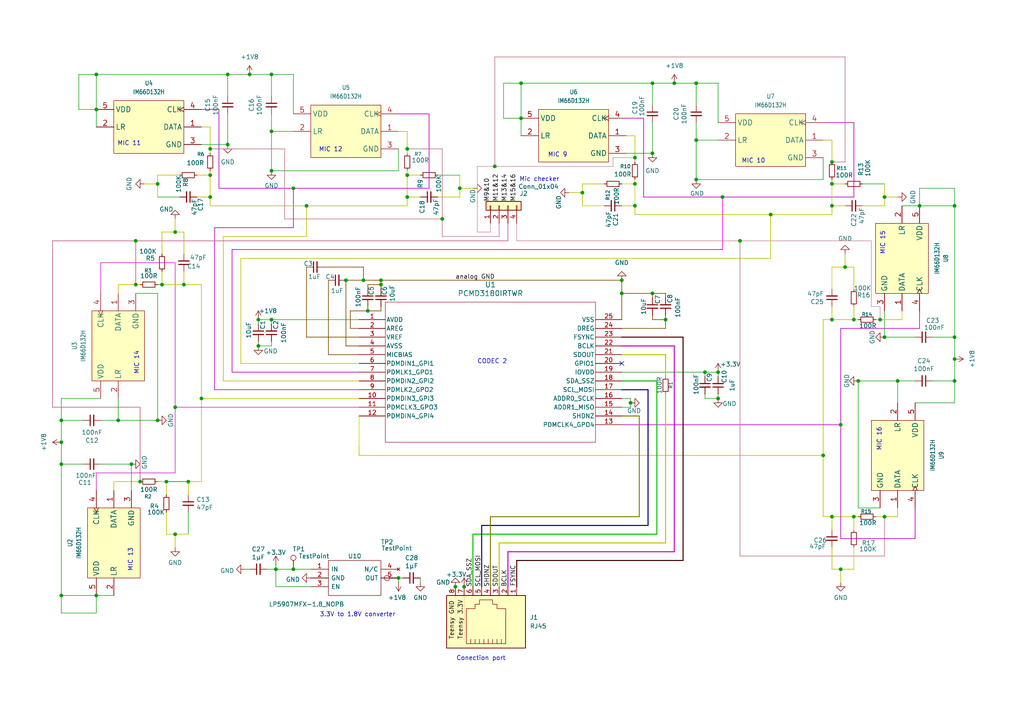
<source format=kicad_sch>
(kicad_sch (version 20250114) (generator "eeschema") (generator_version "9.0")
  (paper "A4")
  (title_block (title "ExtBrd_A") (date "2026-01-09") (rev "1.0") (company "Royal Holloway") (comment 1 "Creative Commons Attribution 4.0 International License") (comment 2 "Sohil, Saaria., Lachlan, Robert.") (comment 3 "Q. Oliva, Marcos., Lies, Zandberg.,"))
  (text "Mic checker" (at 150.622 52.832 0) (effects (font (size 1.27 1.27)) (justify left bottom)))
  (text "Conection port" (at 132.334 191.77 0) (effects (font (size 1.27 1.27)) (justify left bottom)))
  (text "MIC 10" (at 221.996 47.498 0) (effects (font (size 1.27 1.27)) (justify right bottom)))
  (text "MIC 14" (at 40.386 108.712 90) (effects (font (size 1.27 1.27)) (justify left bottom)))
  (text "MIC 12" (at 92.456 44.196 0) (effects (font (size 1.27 1.27)) (justify left bottom)))
  (text "MIC 9" (at 164.592 45.72 0) (effects (font (size 1.27 1.27)) (justify right bottom)))
  (text "MIC 16" (at 255.778 123.952 90) (effects (font (size 1.27 1.27)) (justify right bottom)))
  (text "CODEC 2" (at 138.43 105.664 0) (effects (font (size 1.27 1.27)) (justify left bottom)))
  (text "3.3V to 1.8V converter" (at 92.71 179.07 0) (effects (font (size 1.27 1.27)) (justify left bottom)))
  (text "MIC 13" (at 38.608 165.862 90) (effects (font (size 1.27 1.27)) (justify left bottom)))
  (text "MIC 15" (at 256.794 67.056 90) (effects (font (size 1.27 1.27)) (justify right bottom)))
  (text "MIC 11" (at 34.036 42.418 0) (effects (font (size 1.27 1.27)) (justify left bottom)))
  (junction (at 201.93 24.13))
  (junction (at 78.74 38.1))
  (junction (at 78.74 49.53))
  (junction (at 78.74 21.59))
  (junction (at 60.96 50.8))
  (junction (at 189.23 85.09))
  (junction (at 243.84 165.1))
  (junction (at 118.11 43.18))
  (junction (at 208.28 115.57))
  (junction (at 214.63 69.85))
  (junction (at 184.15 53.34))
  (junction (at 54.61 139.7))
  (junction (at 78.74 92.71))
  (junction (at 133.35 54.61))
  (junction (at 168.91 55.88))
  (junction (at 118.11 50.8))
  (junction (at 106.68 90.17))
  (junction (at 17.78 134.62))
  (junction (at 50.8 67.31))
  (junction (at 189.23 24.13))
  (junction (at 53.34 82.55))
  (junction (at 74.93 92.71))
  (junction (at 72.39 21.59))
  (junction (at 66.04 41.91))
  (junction (at 201.93 52.07))
  (junction (at 27.94 31.75))
  (junction (at 245.11 77.47))
  (junction (at 208.28 107.95))
  (junction (at 39.37 69.85))
  (junction (at 45.72 53.34))
  (junction (at 256.54 149.86))
  (junction (at 58.42 115.57))
  (junction (at 60.96 57.15))
  (junction (at 134.62 170.18))
  (junction (at 241.3 92.71))
  (junction (at 182.88 116.84))
  (junction (at 256.54 97.79))
  (junction (at 46.99 82.55))
  (junction (at 189.23 44.45))
  (junction (at 276.86 110.49))
  (junction (at 223.52 62.23))
  (junction (at 241.3 59.69))
  (junction (at 180.34 81.28))
  (junction (at 110.49 82.55))
  (junction (at 276.86 97.79))
  (junction (at 38.1 134.62))
  (junction (at 209.55 57.15))
  (junction (at 241.3 46.99))
  (junction (at 110.49 81.28))
  (junction (at 39.37 82.55))
  (junction (at 80.01 165.1))
  (junction (at 151.13 34.29))
  (junction (at 74.93 100.33))
  (junction (at 100.33 81.28))
  (junction (at 132.08 170.18))
  (junction (at 143.51 48.26))
  (junction (at 184.15 45.72))
  (junction (at 276.86 104.14))
  (junction (at 184.15 59.69))
  (junction (at 256.54 57.15))
  (junction (at 115.57 167.64))
  (junction (at 204.47 107.95))
  (junction (at 193.04 92.71))
  (junction (at 260.35 110.49))
  (junction (at 27.94 172.72))
  (junction (at 48.26 139.7))
  (junction (at 238.76 132.08))
  (junction (at 27.94 21.59))
  (junction (at 34.29 121.92))
  (junction (at 50.8 154.94))
  (junction (at 276.86 59.69))
  (junction (at 255.27 92.71))
  (junction (at 85.09 165.1))
  (junction (at 180.34 85.09))
  (junction (at 248.92 110.49))
  (junction (at 85.09 54.61))
  (junction (at 247.65 149.86))
  (junction (at 241.3 53.34))
  (junction (at 66.04 21.59))
  (junction (at 195.58 24.13))
  (junction (at 40.64 139.7))
  (junction (at 17.78 128.27))
  (junction (at 50.8 118.11))
  (junction (at 241.3 149.86))
  (junction (at 266.7 59.69))
  (junction (at 105.41 81.28))
  (junction (at 88.9 59.69))
  (junction (at 128.27 63.5))
  (junction (at 201.93 40.64))
  (junction (at 247.65 92.71))
  (junction (at 17.78 121.92))
  (junction (at 17.78 172.72))
  (junction (at 118.11 57.15))
  (junction (at 243.84 123.19))
  (junction (at 151.13 24.13))
  (junction (at 60.96 43.18))
  (junction (at 45.72 121.92))
  (no_connect (at 180.34 105.41))
  (wire (pts (xy 187.96 152.4) (xy 187.96 113.03)) (stroke (width 0.3) (color 0 0 132 1)))
  (wire (pts (xy 50.8 67.31) (xy 53.34 67.31)) (stroke (width 0.2) (color 194 194 0 1)))
  (wire (pts (xy 45.72 57.15) (xy 45.72 53.34)) (stroke (width 0.2) (color 194 194 0 1)))
  (wire (pts (xy 142.24 67.31) (xy 138.43 67.31)) (stroke (width 0) (color 194 127 134 1)))
  (wire (pts (xy 58.42 41.91) (xy 66.04 41.91)))
  (wire (pts (xy 247.65 149.86) (xy 247.65 153.67)) (stroke (width 0.2) (color 194 194 0 1)))
  (wire (pts (xy 115.57 38.1) (xy 118.11 38.1)) (stroke (width 0.2) (color 194 194 0 1)))
  (wire (pts (xy 276.86 104.14) (xy 276.86 110.49)))
  (wire (pts (xy 106.68 82.55) (xy 110.49 82.55)) (stroke (width 0.2) (color 128 77 0 1)))
  (wire (pts (xy 58.42 139.7) (xy 54.61 139.7)) (stroke (width 0.2) (color 194 194 0 1)))
  (wire (pts (xy 182.88 115.57) (xy 180.34 115.57)))
  (wire (pts (xy 180.34 53.34) (xy 184.15 53.34)) (stroke (width 0) (color 194 194 0 1)))
  (wire (pts (xy 85.09 54.61) (xy 124.46 54.61)) (stroke (width 0.2) (color 194 0 194 1)))
  (wire (pts (xy 57.15 50.8) (xy 60.96 50.8)) (stroke (width 0.2) (color 194 194 0 1)))
  (wire (pts (xy 147.32 160.02) (xy 147.32 170.18)) (stroke (width 0.3) (color 194 0 194 1)))
  (wire (pts (xy 45.72 82.55) (xy 46.99 82.55)))
  (wire (pts (xy 208.28 114.3) (xy 208.28 115.57)))
  (wire (pts (xy 261.62 92.71) (xy 255.27 92.71)) (stroke (width 0.2) (color 194 194 0 1)))
  (wire (pts (xy 238.76 132.08) (xy 238.76 149.86)) (stroke (width 0.2) (color 194 194 0 1)))
  (wire (pts (xy 101.6 90.17) (xy 106.68 90.17)) (stroke (width 0.2) (color 128 77 0 1)))
  (wire (pts (xy 276.86 97.79) (xy 270.51 97.79)))
  (wire (pts (xy 27.94 137.16) (xy 50.8 137.16)) (stroke (width 0) (color 194 0 194 1)))
  (wire (pts (xy 72.39 21.59) (xy 78.74 21.59)))
  (wire (pts (xy 187.96 113.03) (xy 180.34 113.03)) (stroke (width 0.3) (color 0 0 132 1)))
  (wire (pts (xy 78.74 27.94) (xy 78.74 21.59)))
  (wire (pts (xy 46.99 82.55) (xy 45.72 82.55)) (stroke (width 0.2) (color 194 194 0 1)))
  (wire (pts (xy 146.05 34.29) (xy 151.13 34.29)))
  (wire (pts (xy 67.31 107.95) (xy 104.14 107.95)) (stroke (width 0.2) (color 194 0 194 1)))
  (wire (pts (xy 241.3 165.1) (xy 241.3 158.75)) (stroke (width 0.2) (color 194 194 0 1)))
  (wire (pts (xy 17.78 134.62) (xy 24.13 134.62)))
  (wire (pts (xy 78.74 38.1) (xy 78.74 33.02)))
  (wire (pts (xy 46.99 82.55) (xy 46.99 78.74)) (stroke (width 0.2) (color 194 194 0 1)))
  (wire (pts (xy 247.65 158.75) (xy 247.65 165.1)) (stroke (width 0) (color 194 194 0 1)))
  (wire (pts (xy 78.74 49.53) (xy 78.74 38.1)))
  (wire (pts (xy 138.43 48.26) (xy 143.51 48.26)) (stroke (width 0) (color 194 127 134 1)))
  (wire (pts (xy 180.34 110.49) (xy 190.5 110.49)) (stroke (width 0.3) (color 0 194 0 1)))
  (wire (pts (xy 93.98 77.47) (xy 105.41 77.47)) (stroke (width 0.2) (color 128 77 0 1)))
  (wire (pts (xy 128.27 63.5) (xy 128.27 68.58)) (stroke (width 0.2) (color 194 127 134 1)))
  (wire (pts (xy 50.8 118.11) (xy 104.14 118.11)) (stroke (width 0) (color 194 0 194 1)))
  (wire (pts (xy 74.93 93.98) (xy 74.93 92.71)))
  (wire (pts (xy 17.78 134.62) (xy 17.78 128.27)))
  (wire (pts (xy 276.86 110.49) (xy 276.86 116.84)))
  (wire (pts (xy 27.94 172.72) (xy 33.02 172.72)))
  (wire (pts (xy 151.13 24.13) (xy 151.13 34.29)))
  (wire (pts (xy 186.69 34.29) (xy 186.69 57.15)) (stroke (width 0.2) (color 194 0 194 1)))
  (wire (pts (xy 110.49 81.28) (xy 110.49 82.55)) (stroke (width 0.2) (color 128 77 0 1)))
  (wire (pts (xy 241.3 53.34) (xy 245.11 53.34)) (stroke (width 0.2) (color 194 194 0 1)))
  (wire (pts (xy 64.77 68.58) (xy 64.77 110.49)) (stroke (width 0.2) (color 194 194 0 1)))
  (wire (pts (xy 82.55 63.5) (xy 128.27 63.5)) (stroke (width 0.2) (color 194 127 134 1)))
  (wire (pts (xy 128.27 68.58) (xy 144.78 68.58)) (stroke (width 0.2) (color 194 138 176 1)))
  (wire (pts (xy 143.51 48.26) (xy 177.8 48.26)) (stroke (width 0) (color 194 127 134 1)))
  (wire (pts (xy 181.61 39.37) (xy 184.15 39.37)) (stroke (width 0.2) (color 194 194 0 1)))
  (wire (pts (xy 124.46 54.61) (xy 124.46 33.02)) (stroke (width 0.2) (color 194 0 194 1)))
  (wire (pts (xy 48.26 139.7) (xy 54.61 139.7)))
  (wire (pts (xy 88.9 59.69) (xy 118.11 59.69)) (stroke (width 0.2) (color 194 194 0 1)))
  (wire (pts (xy 260.35 147.32) (xy 260.35 149.86)) (stroke (width 0.2) (color 194 194 0 1)))
  (wire (pts (xy 66.04 33.02) (xy 66.04 41.91)))
  (wire (pts (xy 255.27 88.9) (xy 255.27 92.71)) (stroke (width 0) (color 194 127 134 1)))
  (wire (pts (xy 256.54 149.86) (xy 260.35 149.86)) (stroke (width 0.2) (color 194 194 0 1)))
  (wire (pts (xy 58.42 115.57) (xy 104.14 115.57)) (stroke (width 0.2) (color 194 194 0 1)))
  (wire (pts (xy 52.07 57.15) (xy 45.72 57.15)))
  (wire (pts (xy 195.58 100.33) (xy 195.58 160.02)) (stroke (width 0.3) (color 194 0 194 1)))
  (wire (pts (xy 181.61 34.29) (xy 186.69 34.29)) (stroke (width 0.2) (color 194 0 194 1)))
  (wire (pts (xy 241.3 92.71) (xy 247.65 92.71)) (stroke (width 0.2) (color 194 194 0 1)))
  (wire (pts (xy 189.23 24.13) (xy 195.58 24.13)))
  (wire (pts (xy 142.24 149.86) (xy 185.42 149.86)) (stroke (width 0.3) (color 132 132 0 1)))
  (wire (pts (xy 138.43 67.31) (xy 138.43 48.26)) (stroke (width 0) (color 194 127 134 1)))
  (wire (pts (xy 193.04 86.36) (xy 193.04 85.09)) (stroke (width 0.2) (color 128 77 0 1)))
  (wire (pts (xy 115.57 167.64) (xy 116.84 167.64)))
  (wire (pts (xy 104.14 129.54) (xy 104.14 132.08)) (stroke (width 0.2) (color 194 194 0 1)))
  (wire (pts (xy 17.78 172.72) (xy 27.94 172.72)))
  (wire (pts (xy 250.19 53.34) (xy 256.54 53.34)))
  (wire (pts (xy 143.51 16.51) (xy 245.11 16.51)) (stroke (width 0.2) (color 194 127 134 1)))
  (wire (pts (xy 27.94 142.24) (xy 27.94 137.16)) (stroke (width 0) (color 194 0 194 1)))
  (wire (pts (xy 144.78 68.58) (xy 144.78 64.77)) (stroke (width 0.2) (color 194 127 134 1)))
  (wire (pts (xy 106.68 88.9) (xy 106.68 90.17)) (stroke (width 0.2) (color 128 77 0 1)))
  (wire (pts (xy 88.9 97.79) (xy 104.14 97.79)) (stroke (width 0.2) (color 128 77 0 1)))
  (wire (pts (xy 121.92 57.15) (xy 118.11 57.15)) (stroke (width 0.2) (color 194 194 0 1)))
  (wire (pts (xy 134.62 185.42) (xy 134.62 170.18)) (stroke (width 0) (type dot) (color 255 0 0 1)))
  (wire (pts (xy 69.85 105.41) (xy 69.85 74.93)) (stroke (width 0.2) (color 194 194 0 1)))
  (wire (pts (xy 201.93 40.64) (xy 201.93 35.56)))
  (wire (pts (xy 27.94 177.8) (xy 27.94 172.72)))
  (wire (pts (xy 22.86 31.75) (xy 27.94 31.75)))
  (wire (pts (xy 276.86 59.69) (xy 266.7 59.69)))
  (wire (pts (xy 118.11 50.8) (xy 118.11 57.15)) (stroke (width 0.2) (color 194 194 0 1)))
  (wire (pts (xy 204.47 115.57) (xy 208.28 115.57)))
  (wire (pts (xy 45.72 121.92) (xy 34.29 121.92)))
  (wire (pts (xy 214.63 69.85) (xy 252.73 69.85)) (stroke (width 0) (color 194 127 134 1)))
  (wire (pts (xy 204.47 109.22) (xy 204.47 107.95)))
  (wire (pts (xy 149.86 162.56) (xy 149.86 170.18)) (stroke (width 0.3) (color 72 0 0 1)))
  (wire (pts (xy 110.49 83.82) (xy 110.49 82.55)) (stroke (width 0.2) (color 128 77 0 1)))
  (wire (pts (xy 46.99 67.31) (xy 50.8 67.31)) (stroke (width 0.2) (color 194 194 0 1)))
  (wire (pts (xy 54.61 148.59) (xy 54.61 154.94)))
  (wire (pts (xy 146.05 24.13) (xy 151.13 24.13)))
  (wire (pts (xy 181.61 44.45) (xy 189.23 44.45)))
  (wire (pts (xy 252.73 69.85) (xy 252.73 88.9)) (stroke (width 0) (color 194 127 134 1)))
  (wire (pts (xy 241.3 149.86) (xy 247.65 149.86)) (stroke (width 0.2) (color 194 194 0 1)))
  (wire (pts (xy 85.09 21.59) (xy 85.09 33.02)))
  (wire (pts (xy 110.49 81.28) (xy 180.34 81.28)) (stroke (width 0.2) (color 128 77 0 1)))
  (wire (pts (xy 104.14 120.65) (xy 104.14 129.54)) (stroke (width 0) (color 194 194 0 1)))
  (wire (pts (xy 180.34 107.95) (xy 204.47 107.95)))
  (wire (pts (xy 190.5 110.49) (xy 190.5 154.94)) (stroke (width 0.3) (color 0 194 0 1)))
  (wire (pts (xy 54.61 139.7) (xy 54.61 143.51)) (stroke (width 0.2) (color 194 194 0 1)))
  (wire (pts (xy 182.88 116.84) (xy 182.88 115.57)))
  (wire (pts (xy 189.23 86.36) (xy 189.23 85.09)) (stroke (width 0.2) (color 128 77 0 1)))
  (wire (pts (xy 71.12 165.1) (xy 72.39 165.1)))
  (wire (pts (xy 118.11 43.18) (xy 118.11 38.1)) (stroke (width 0.2) (color 194 194 0 1)))
  (wire (pts (xy 208.28 109.22) (xy 208.28 107.95)))
  (wire (pts (xy 34.29 121.92) (xy 29.21 121.92)))
  (wire (pts (xy 50.8 67.31) (xy 50.8 63.5)) (stroke (width 0.2) (color 194 194 0 1)))
  (wire (pts (xy 104.14 132.08) (xy 238.76 132.08)) (stroke (width 0.2) (color 194 194 0 1)))
  (wire (pts (xy 193.04 92.71) (xy 193.04 95.25)) (stroke (width 0.2) (color 128 77 0 1)))
  (wire (pts (xy 168.91 55.88) (xy 168.91 53.34)) (stroke (width 0.2) (color 194 194 0 1)))
  (wire (pts (xy 204.47 114.3) (xy 204.47 115.57)))
  (wire (pts (xy 276.86 116.84) (xy 265.43 116.84)))
  (wire (pts (xy 62.23 113.03) (xy 104.14 113.03)) (stroke (width 0.2) (color 194 0 194 1)))
  (wire (pts (xy 40.64 118.11) (xy 15.24 118.11)) (stroke (width 0.2) (color 194 97 134 1)))
  (wire (pts (xy 209.55 57.15) (xy 247.65 57.15)) (stroke (width 0.2) (color 194 0 194 1)))
  (wire (pts (xy 85.09 54.61) (xy 85.09 66.04)) (stroke (width 0.2) (color 194 0 194 1)))
  (wire (pts (xy 238.76 92.71) (xy 241.3 92.71)) (stroke (width 0.2) (color 194 194 0 1)))
  (wire (pts (xy 252.73 88.9) (xy 255.27 88.9)) (stroke (width 0) (color 194 127 134 1)))
  (wire (pts (xy 85.09 38.1) (xy 78.74 38.1)))
  (wire (pts (xy 142.24 64.77) (xy 142.24 67.31)) (stroke (width 0) (color 194 127 134 1)))
  (wire (pts (xy 46.99 73.66) (xy 46.99 67.31)) (stroke (width 0.2) (color 194 194 0 1)))
  (wire (pts (xy 74.93 100.33) (xy 78.74 100.33)))
  (wire (pts (xy 137.16 154.94) (xy 137.16 170.18)) (stroke (width 0.3) (color 0 194 0 1)))
  (wire (pts (xy 245.11 77.47) (xy 247.65 77.47)) (stroke (width 0.2) (color 194 194 0 1)))
  (wire (pts (xy 243.84 95.25) (xy 243.84 123.19)) (stroke (width 0.2) (color 194 0 194 1)))
  (wire (pts (xy 58.42 82.55) (xy 58.42 115.57)) (stroke (width 0.2) (color 194 194 0 1)))
  (wire (pts (xy 276.86 54.61) (xy 276.86 59.69)))
  (wire (pts (xy 248.92 149.86) (xy 247.65 149.86)) (stroke (width 0.2) (color 194 194 0 1)))
  (wire (pts (xy 27.94 177.8) (xy 17.78 177.8)))
  (wire (pts (xy 168.91 53.34) (xy 175.26 53.34)) (stroke (width 0.2) (color 194 194 0 1)))
  (wire (pts (xy 139.7 152.4) (xy 187.96 152.4)) (stroke (width 0.3) (color 0 0 132 1)))
  (wire (pts (xy 209.55 72.39) (xy 209.55 57.15)) (stroke (width 0.2) (color 255 0 255 1)))
  (wire (pts (xy 238.76 40.64) (xy 241.3 40.64)) (stroke (width 0.2) (color 194 194 0 1)))
  (wire (pts (xy 245.11 46.99) (xy 245.11 16.51)) (stroke (width 0.2) (color 194 127 134 1)))
  (wire (pts (xy 100.33 81.28) (xy 105.41 81.28)) (stroke (width 0.2) (color 128 77 0 1)))
  (wire (pts (xy 201.93 30.48) (xy 201.93 24.13)))
  (wire (pts (xy 118.11 50.8) (xy 121.92 50.8)) (stroke (width 0.2) (color 194 194 0 1)))
  (wire (pts (xy 33.02 142.24) (xy 33.02 139.7)) (stroke (width 0.2) (color 194 194 0 1)))
  (wire (pts (xy 46.99 82.55) (xy 53.34 82.55)) (stroke (width 0.2) (color 194 194 0 1)))
  (wire (pts (xy 40.64 118.11) (xy 40.64 139.7)) (stroke (width 0.2) (color 194 97 134 1)))
  (wire (pts (xy 247.65 57.15) (xy 247.65 35.56)) (stroke (width 0.2) (color 194 0 194 1)))
  (wire (pts (xy 184.15 45.72) (xy 184.15 46.99)) (stroke (width 0.2) (color 194 194 0 1)))
  (wire (pts (xy 184.15 62.23) (xy 223.52 62.23)) (stroke (width 0.2) (color 194 194 0 1)))
  (wire (pts (xy 168.91 55.88) (xy 165.1 55.88)) (stroke (width 0.2) (color 194 194 0 1)))
  (wire (pts (xy 60.96 57.15) (xy 57.15 57.15)) (stroke (width 0.2) (color 194 194 0 1)))
  (wire (pts (xy 193.04 102.87) (xy 193.04 109.22)) (stroke (width 0.3) (color 194 194 0 1)))
  (wire (pts (xy 80.01 165.1) (xy 80.01 170.18)))
  (wire (pts (xy 247.65 165.1) (xy 243.84 165.1)) (stroke (width 0.2) (color 194 194 0 1)))
  (wire (pts (xy 33.02 139.7) (xy 40.64 139.7)) (stroke (width 0.2) (color 194 194 0 1)))
  (wire (pts (xy 64.77 68.58) (xy 88.9 68.58)) (stroke (width 0.2) (color 194 194 0 1)))
  (wire (pts (xy 276.86 97.79) (xy 276.86 104.14)))
  (wire (pts (xy 115.57 167.64) (xy 115.57 168.91)))
  (wire (pts (xy 245.11 46.99) (xy 241.3 46.99)) (stroke (width 0.2) (color 194 127 134 1)))
  (wire (pts (xy 243.84 156.21) (xy 265.43 156.21)) (stroke (width 0.2) (color 194 0 194 1)))
  (wire (pts (xy 193.04 92.71) (xy 189.23 92.71)) (stroke (width 0.2) (color 128 77 0 1)))
  (wire (pts (xy 147.32 69.85) (xy 147.32 64.77)) (stroke (width 0.2) (color 194 97 134 1)))
  (wire (pts (xy 238.76 149.86) (xy 241.3 149.86)) (stroke (width 0.2) (color 194 194 0 1)))
  (wire (pts (xy 180.34 100.33) (xy 195.58 100.33)) (stroke (width 0.3) (color 194 0 194 1)))
  (wire (pts (xy 27.94 21.59) (xy 27.94 31.75)))
  (wire (pts (xy 247.65 35.56) (xy 238.76 35.56)) (stroke (width 0.2) (color 194 0 194 1)))
  (wire (pts (xy 45.72 139.7) (xy 48.26 139.7)))
  (wire (pts (xy 85.09 66.04) (xy 62.23 66.04)) (stroke (width 0.2) (color 194 0 194 1)))
  (wire (pts (xy 241.3 53.34) (xy 241.3 59.69)) (stroke (width 0) (color 194 194 0 1)))
  (wire (pts (xy 128.27 43.18) (xy 128.27 63.5)) (stroke (width 0.2) (color 194 127 134 1)))
  (wire (pts (xy 189.23 24.13) (xy 189.23 30.48)))
  (wire (pts (xy 60.96 43.18) (xy 82.55 43.18)) (stroke (width 0.2) (color 194 127 134 1)))
  (wire (pts (xy 146.05 34.29) (xy 146.05 24.13)))
  (wire (pts (xy 260.35 116.84) (xy 260.35 110.49)))
  (wire (pts (xy 74.93 99.06) (xy 74.93 100.33)))
  (wire (pts (xy 58.42 31.75) (xy 63.5 31.75)) (stroke (width 0.2) (color 194 0 194 1)))
  (wire (pts (xy 247.65 88.9) (xy 247.65 92.71)) (stroke (width 0.2) (color 194 194 0 1)))
  (wire (pts (xy 124.46 33.02) (xy 115.57 33.02)) (stroke (width 0.2) (color 194 0 194 1)))
  (wire (pts (xy 50.8 76.2) (xy 29.21 76.2)) (stroke (width 0) (color 194 0 194 1)))
  (wire (pts (xy 64.77 110.49) (xy 104.14 110.49)) (stroke (width 0.2) (color 194 194 0 1)))
  (wire (pts (xy 82.55 43.18) (xy 82.55 63.5)) (stroke (width 0.2) (color 194 127 134 1)))
  (wire (pts (xy 27.94 21.59) (xy 66.04 21.59)))
  (wire (pts (xy 48.26 139.7) (xy 54.61 139.7)) (stroke (width 0.2) (color 194 194 0 1)))
  (wire (pts (xy 118.11 49.53) (xy 118.11 50.8)) (stroke (width 0.2) (color 194 194 0 1)))
  (wire (pts (xy 147.32 160.02) (xy 195.58 160.02)) (stroke (width 0.3) (color 194 0 194 1)))
  (wire (pts (xy 50.8 154.94) (xy 50.8 158.75)) (stroke (width 0.2) (color 194 194 0 1)))
  (wire (pts (xy 60.96 49.53) (xy 60.96 50.8)) (stroke (width 0.2) (color 194 194 0 1)))
  (wire (pts (xy 118.11 44.45) (xy 118.11 43.18)) (stroke (width 0.2) (color 194 194 0 1)))
  (wire (pts (xy 39.37 69.85) (xy 147.32 69.85)) (stroke (width 0.2) (color 194 97 134 1)))
  (wire (pts (xy 151.13 24.13) (xy 189.23 24.13)))
  (wire (pts (xy 45.72 85.09) (xy 45.72 121.92)))
  (wire (pts (xy 193.04 157.48) (xy 144.78 157.48)) (stroke (width 0.3) (color 194 194 0 1)))
  (wire (pts (xy 186.69 57.15) (xy 209.55 57.15)) (stroke (width 0.2) (color 194 0 194 1)))
  (wire (pts (xy 53.34 82.55) (xy 58.42 82.55)) (stroke (width 0.2) (color 194 194 0 1)))
  (wire (pts (xy 15.24 69.85) (xy 39.37 69.85)) (stroke (width 0.2) (color 194 97 134 1)))
  (wire (pts (xy 121.92 167.64) (xy 121.92 168.91)))
  (wire (pts (xy 40.64 82.55) (xy 39.37 82.55)) (stroke (width 0.2) (color 194 194 0 1)))
  (wire (pts (xy 201.93 24.13) (xy 208.28 24.13)))
  (wire (pts (xy 149.86 64.77) (xy 149.86 69.85)) (stroke (width 0) (color 194 127 134 1)))
  (wire (pts (xy 198.12 162.56) (xy 149.86 162.56)) (stroke (width 0.3) (color 72 0 0 1)))
  (wire (pts (xy 105.41 77.47) (xy 105.41 81.28)) (stroke (width 0.2) (color 128 77 0 1)))
  (wire (pts (xy 270.51 110.49) (xy 276.86 110.49)))
  (wire (pts (xy 184.15 53.34) (xy 184.15 59.69)) (stroke (width 0) (color 194 194 0 1)))
  (wire (pts (xy 78.74 92.71) (xy 104.14 92.71)))
  (wire (pts (xy 184.15 45.72) (xy 184.15 46.99)) (stroke (width 0) (color 194 127 134 1)))
  (wire (pts (xy 39.37 85.09) (xy 45.72 85.09)))
  (wire (pts (xy 100.33 100.33) (xy 100.33 81.28)) (stroke (width 0.2) (color 128 77 0 1)))
  (wire (pts (xy 58.42 115.57) (xy 58.42 139.7)) (stroke (width 0.2) (color 194 194 0 1)))
  (wire (pts (xy 48.26 143.51) (xy 48.26 139.7)) (stroke (width 0.2) (color 194 194 0 1)))
  (wire (pts (xy 127 50.8) (xy 133.35 50.8)))
  (wire (pts (xy 17.78 121.92) (xy 17.78 115.57)))
  (wire (pts (xy 241.3 62.23) (xy 241.3 59.69)) (stroke (width 0.2) (color 194 194 0 1)))
  (wire (pts (xy 66.04 21.59) (xy 66.04 27.94)))
  (wire (pts (xy 45.72 53.34) (xy 41.91 53.34)) (stroke (width 0.2) (color 194 194 0 1)))
  (wire (pts (xy 69.85 105.41) (xy 104.14 105.41)) (stroke (width 0.2) (color 194 194 0 1)))
  (wire (pts (xy 241.3 77.47) (xy 245.11 77.47)) (stroke (width 0.2) (color 194 194 0 1)))
  (wire (pts (xy 254 149.86) (xy 256.54 149.86)) (stroke (width 0.2) (color 194 194 0 1)))
  (wire (pts (xy 177.8 45.72) (xy 184.15 45.72)) (stroke (width 0) (color 194 127 134 1)))
  (wire (pts (xy 137.16 154.94) (xy 190.5 154.94)) (stroke (width 0.3) (color 0 194 0 1)))
  (wire (pts (xy 60.96 43.18) (xy 60.96 44.45)) (stroke (width 0.2) (color 194 194 0 1)))
  (wire (pts (xy 60.96 59.69) (xy 88.9 59.69)) (stroke (width 0.2) (color 194 194 0 1)))
  (wire (pts (xy 256.54 149.86) (xy 256.54 161.29)) (stroke (width 0.2) (color 194 127 134 1)))
  (wire (pts (xy 180.34 120.65) (xy 185.42 120.65)) (stroke (width 0.3) (color 132 132 0 1)))
  (wire (pts (xy 265.43 156.21) (xy 265.43 147.32)) (stroke (width 0.2) (color 194 0 194 1)))
  (wire (pts (xy 106.68 90.17) (xy 110.49 90.17)) (stroke (width 0.2) (color 128 77 0 1)))
  (wire (pts (xy 149.86 69.85) (xy 214.63 69.85)) (stroke (width 0) (color 194 127 134 1)))
  (wire (pts (xy 185.42 120.65) (xy 185.42 149.86)) (stroke (width 0.3) (color 132 132 0 1)))
  (wire (pts (xy 22.86 31.75) (xy 22.86 21.59)))
  (wire (pts (xy 250.19 59.69) (xy 256.54 59.69)) (stroke (width 0.2) (color 194 194 0 1)))
  (wire (pts (xy 27.94 31.75) (xy 27.94 36.83)))
  (wire (pts (xy 29.21 76.2) (xy 29.21 85.09)) (stroke (width 0) (color 194 0 194 1)))
  (wire (pts (xy 60.96 36.83) (xy 60.96 43.18)) (stroke (width 0.2) (color 194 194 0 1)))
  (wire (pts (xy 58.42 36.83) (xy 60.96 36.83)) (stroke (width 0.2) (color 194 194 0 1)))
  (wire (pts (xy 50.8 154.94) (xy 48.26 154.94)) (stroke (width 0.2) (color 194 194 0 1)))
  (wire (pts (xy 256.54 57.15) (xy 256.54 59.69)) (stroke (width 0.2) (color 194 194 0 1)))
  (wire (pts (xy 39.37 82.55) (xy 34.29 82.55)) (stroke (width 0.2) (color 194 194 0 1)))
  (wire (pts (xy 189.23 35.56) (xy 189.23 44.45)))
  (wire (pts (xy 17.78 128.27) (xy 17.78 121.92)))
  (wire (pts (xy 180.34 85.09) (xy 189.23 85.09)) (stroke (width 0.2) (color 128 77 0 1)))
  (wire (pts (xy 143.51 16.51) (xy 143.51 48.26)) (stroke (width 0.2) (color 194 127 134 1)))
  (wire (pts (xy 241.3 92.71) (xy 241.3 88.9)) (stroke (width 0.2) (color 194 194 0 1)))
  (wire (pts (xy 248.92 110.49) (xy 260.35 110.49)))
  (wire (pts (xy 53.34 67.31) (xy 53.34 73.66)) (stroke (width 0.2) (color 194 194 0 1)))
  (wire (pts (xy 67.31 107.95) (xy 67.31 72.39)) (stroke (width 0.2) (color 194 0 194 1)))
  (wire (pts (xy 180.34 102.87) (xy 193.04 102.87)) (stroke (width 0.3) (color 194 194 0 1)))
  (wire (pts (xy 266.7 90.17) (xy 266.7 95.25)) (stroke (width 0.2) (color 194 0 194 1)))
  (wire (pts (xy 85.09 165.1) (xy 90.17 165.1)))
  (wire (pts (xy 69.85 74.93) (xy 223.52 74.93)) (stroke (width 0.2) (color 194 194 0 1)))
  (wire (pts (xy 78.74 93.98) (xy 78.74 92.71)))
  (wire (pts (xy 101.6 90.17) (xy 101.6 95.25)) (stroke (width 0.2) (color 128 77 0 1)))
  (wire (pts (xy 45.72 53.34) (xy 45.72 50.8)) (stroke (width 0.2) (color 194 194 0 1)))
  (wire (pts (xy 265.43 97.79) (xy 256.54 97.79)))
  (wire (pts (xy 195.58 24.13) (xy 201.93 24.13)))
  (wire (pts (xy 261.62 90.17) (xy 261.62 92.71)) (stroke (width 0) (color 194 194 0 1)))
  (wire (pts (xy 201.93 52.07) (xy 201.93 40.64)))
  (wire (pts (xy 63.5 31.75) (xy 63.5 54.61)) (stroke (width 0.2) (color 194 0 194 1)))
  (wire (pts (xy 17.78 115.57) (xy 29.21 115.57)))
  (wire (pts (xy 256.54 53.34) (xy 256.54 57.15)) (stroke (width 0.2) (color 194 194 0 1)))
  (wire (pts (xy 266.7 95.25) (xy 243.84 95.25)) (stroke (width 0.2) (color 194 0 194 1)))
  (wire (pts (xy 223.52 62.23) (xy 223.52 74.93)) (stroke (width 0.2) (color 194 194 0 1)))
  (wire (pts (xy 53.34 78.74) (xy 53.34 82.55)) (stroke (width 0.2) (color 194 194 0 1)))
  (wire (pts (xy 247.65 77.47) (xy 247.65 83.82)) (stroke (width 0.2) (color 194 194 0 1)))
  (wire (pts (xy 256.54 57.15) (xy 260.35 57.15)) (stroke (width 0.2) (color 194 194 0 1)))
  (wire (pts (xy 17.78 172.72) (xy 17.78 134.62)))
  (wire (pts (xy 256.54 161.29) (xy 214.63 161.29)) (stroke (width 0.2) (color 194 127 134 1)))
  (wire (pts (xy 54.61 154.94) (xy 50.8 154.94)) (stroke (width 0.2) (color 194 194 0 1)))
  (wire (pts (xy 177.8 45.72) (xy 177.8 48.26)) (stroke (width 0) (color 194 127 134 1)))
  (wire (pts (xy 193.04 85.09) (xy 189.23 85.09)) (stroke (width 0.2) (color 128 77 0 1)))
  (wire (pts (xy 133.35 50.8) (xy 133.35 54.61)) (stroke (width 0.2) (color 194 194 0 1)))
  (wire (pts (xy 184.15 62.23) (xy 184.15 59.69)) (stroke (width 0.2) (color 194 194 0 1)))
  (wire (pts (xy 266.7 54.61) (xy 266.7 59.69)))
  (wire (pts (xy 266.7 54.61) (xy 276.86 54.61)))
  (wire (pts (xy 260.35 110.49) (xy 265.43 110.49)))
  (wire (pts (xy 34.29 115.57) (xy 34.29 121.92)))
  (wire (pts (xy 193.04 91.44) (xy 193.04 92.71)) (stroke (width 0.2) (color 128 77 0 1)))
  (wire (pts (xy 223.52 62.23) (xy 241.3 62.23)) (stroke (width 0.2) (color 194 194 0 1)))
  (wire (pts (xy 78.74 21.59) (xy 85.09 21.59)))
  (wire (pts (xy 34.29 85.09) (xy 34.29 82.55)) (stroke (width 0.2) (color 194 194 0 1)))
  (wire (pts (xy 62.23 66.04) (xy 62.23 113.03)) (stroke (width 0.2) (color 194 0 194 1)))
  (wire (pts (xy 142.24 149.86) (xy 142.24 170.18)) (stroke (width 0.3) (color 132 132 0 1)))
  (wire (pts (xy 241.3 52.07) (xy 241.3 53.34)) (stroke (width 0.2) (color 194 194 0 1)))
  (wire (pts (xy 255.27 92.71) (xy 254 92.71)) (stroke (width 0.2) (color 194 194 0 1)))
  (wire (pts (xy 74.93 92.71) (xy 78.74 92.71)))
  (wire (pts (xy 241.3 46.99) (xy 241.3 40.64)) (stroke (width 0.2) (color 194 194 0 1)))
  (wire (pts (xy 77.47 165.1) (xy 80.01 165.1)))
  (wire (pts (xy 15.24 118.11) (xy 15.24 69.85)) (stroke (width 0.2) (color 194 97 134 1)))
  (wire (pts (xy 115.57 49.53) (xy 78.74 49.53)))
  (wire (pts (xy 182.88 118.11) (xy 182.88 116.84)))
  (wire (pts (xy 50.8 76.2) (xy 50.8 118.11)) (stroke (width 0) (color 194 0 194 1)))
  (wire (pts (xy 189.23 91.44) (xy 189.23 92.71)) (stroke (width 0.2) (color 128 77 0 1)))
  (wire (pts (xy 204.47 107.95) (xy 208.28 107.95)))
  (wire (pts (xy 256.54 90.17) (xy 256.54 97.79)))
  (wire (pts (xy 266.7 59.69) (xy 261.62 59.69)))
  (wire (pts (xy 241.3 83.82) (xy 241.3 77.47)) (stroke (width 0) (color 194 194 0 1)))
  (wire (pts (xy 104.14 95.25) (xy 101.6 95.25)) (stroke (width 0.2) (color 128 77 0 1)))
  (wire (pts (xy 238.76 92.71) (xy 238.76 132.08)) (stroke (width 0.2) (color 194 194 0 1)))
  (wire (pts (xy 245.11 59.69) (xy 241.3 59.69)) (stroke (width 0.2) (color 194 194 0 1)))
  (wire (pts (xy 133.35 54.61) (xy 133.35 57.15)) (stroke (width 0.2) (color 194 194 0 1)))
  (wire (pts (xy 180.34 97.79) (xy 198.12 97.79)) (stroke (width 0.3) (color 72 0 0 1)))
  (wire (pts (xy 248.92 147.32) (xy 248.92 110.49)))
  (wire (pts (xy 180.34 85.09) (xy 180.34 92.71)) (stroke (width 0.2) (color 128 77 0 1)))
  (wire (pts (xy 175.26 59.69) (xy 168.91 59.69)) (stroke (width 0) (color 194 194 0 1)))
  (wire (pts (xy 238.76 52.07) (xy 201.93 52.07)))
  (wire (pts (xy 180.34 59.69) (xy 184.15 59.69)) (stroke (width 0.2) (color 194 194 0 1)))
  (wire (pts (xy 110.49 88.9) (xy 110.49 90.17)) (stroke (width 0.2) (color 128 77 0 1)))
  (wire (pts (xy 180.34 123.19) (xy 243.84 123.19)) (stroke (width 0.2) (color 194 0 194 1)))
  (wire (pts (xy 105.41 81.28) (xy 110.49 81.28)) (stroke (width 0.2) (color 128 77 0 1)))
  (wire (pts (xy 95.25 81.28) (xy 95.25 102.87)) (stroke (width 0.2) (color 128 77 0 1)))
  (wire (pts (xy 255.27 147.32) (xy 248.92 147.32)))
  (wire (pts (xy 45.72 50.8) (xy 52.07 50.8)) (stroke (width 0.2) (color 194 194 0 1)))
  (wire (pts (xy 67.31 72.39) (xy 209.55 72.39)) (stroke (width 0.2) (color 194 0 194 1)))
  (wire (pts (xy 208.28 24.13) (xy 208.28 35.56)))
  (wire (pts (xy 151.13 34.29) (xy 151.13 39.37)))
  (wire (pts (xy 180.34 81.28) (xy 180.34 85.09)) (stroke (width 0.2) (color 128 77 0 1)))
  (wire (pts (xy 133.35 54.61) (xy 137.16 54.61)) (stroke (width 0.2) (color 194 194 0 1)))
  (wire (pts (xy 39.37 69.85) (xy 39.37 82.55)) (stroke (width 0.2) (color 194 97 134 1)))
  (wire (pts (xy 17.78 177.8) (xy 17.78 172.72)))
  (wire (pts (xy 184.15 39.37) (xy 184.15 45.72)) (stroke (width 0.2) (color 194 194 0 1)))
  (wire (pts (xy 60.96 50.8) (xy 60.96 57.15)) (stroke (width 0.2) (color 194 194 0 1)))
  (wire (pts (xy 22.86 21.59) (xy 27.94 21.59)))
  (wire (pts (xy 29.21 134.62) (xy 38.1 134.62)))
  (wire (pts (xy 247.65 92.71) (xy 248.92 92.71)) (stroke (width 0.2) (color 194 194 0 1)))
  (wire (pts (xy 88.9 68.58) (xy 88.9 59.69)) (stroke (width 0.2) (color 194 194 0 1)))
  (wire (pts (xy 139.7 152.4) (xy 139.7 170.18)) (stroke (width 0.3) (color 0 0 132 1)))
  (wire (pts (xy 48.26 154.94) (xy 48.26 148.59)) (stroke (width 0.2) (color 194 194 0 1)))
  (wire (pts (xy 106.68 83.82) (xy 106.68 82.55)) (stroke (width 0.2) (color 128 77 0 1)))
  (wire (pts (xy 100.33 100.33) (xy 104.14 100.33)) (stroke (width 0.2) (color 128 77 0 1)))
  (wire (pts (xy 180.34 95.25) (xy 193.04 95.25)) (stroke (width 0.2) (color 128 77 0 1)))
  (wire (pts (xy 180.34 118.11) (xy 182.88 118.11)))
  (wire (pts (xy 118.11 59.69) (xy 118.11 57.15)) (stroke (width 0.2) (color 194 194 0 1)))
  (wire (pts (xy 24.13 121.92) (xy 17.78 121.92)))
  (wire (pts (xy 104.14 102.87) (xy 95.25 102.87)) (stroke (width 0.2) (color 128 77 0 1)))
  (wire (pts (xy 78.74 99.06) (xy 78.74 100.33)))
  (wire (pts (xy 144.78 157.48) (xy 144.78 170.18)) (stroke (width 0.3) (color 194 194 0 1)))
  (wire (pts (xy 214.63 69.85) (xy 214.63 161.29)) (stroke (width 0.2) (color 194 127 134 1)))
  (wire (pts (xy 88.9 77.47) (xy 88.9 97.79)) (stroke (width 0.2) (color 128 77 0 1)))
  (wire (pts (xy 63.5 54.61) (xy 85.09 54.61)) (stroke (width 0.2) (color 194 0 194 1)))
  (wire (pts (xy 208.28 40.64) (xy 201.93 40.64)))
  (wire (pts (xy 241.3 165.1) (xy 243.84 165.1)) (stroke (width 0.2) (color 194 194 0 1)))
  (wire (pts (xy 132.08 185.42) (xy 132.08 170.18)) (stroke (width 0) (type dot) (color 255 153 0 1)))
  (wire (pts (xy 80.01 163.83) (xy 80.01 165.1)))
  (wire (pts (xy 243.84 165.1) (xy 243.84 168.91)) (stroke (width 0.2) (color 194 194 0 1)))
  (wire (pts (xy 80.01 165.1) (xy 85.09 165.1)))
  (wire (pts (xy 115.57 43.18) (xy 115.57 49.53)))
  (wire (pts (xy 198.12 97.79) (xy 198.12 162.56)) (stroke (width 0.3) (color 72 0 0 1)))
  (wire (pts (xy 133.35 57.15) (xy 127 57.15)) (stroke (width 0.2) (color 194 194 0 1)))
  (wire (pts (xy 168.91 59.69) (xy 168.91 55.88)) (stroke (width 0.2) (color 194 194 0 1)))
  (wire (pts (xy 45.72 139.7) (xy 48.26 139.7)) (stroke (width 0.2) (color 194 194 0 1)))
  (wire (pts (xy 238.76 45.72) (xy 238.76 52.07)))
  (wire (pts (xy 243.84 123.19) (xy 243.84 156.21)) (stroke (width 0.2) (color 194 0 194 1)))
  (wire (pts (xy 38.1 142.24) (xy 38.1 134.62)))
  (wire (pts (xy 80.01 170.18) (xy 90.17 170.18)))
  (wire (pts (xy 184.15 52.07) (xy 184.15 53.34)) (stroke (width 0) (color 194 194 0 1)))
  (wire (pts (xy 193.04 114.3) (xy 193.04 157.48)) (stroke (width 0.3) (color 194 194 0 1)))
  (wire (pts (xy 118.11 43.18) (xy 128.27 43.18)) (stroke (width 0.2) (color 194 127 134 1)))
  (wire (pts (xy 241.3 153.67) (xy 241.3 149.86)) (stroke (width 0.2) (color 194 194 0 1)))
  (wire (pts (xy 66.04 21.59) (xy 72.39 21.59)))
  (wire (pts (xy 60.96 59.69) (xy 60.96 57.15)) (stroke (width 0.2) (color 194 194 0 1)))
  (wire (pts (xy 245.11 77.47) (xy 245.11 73.66)) (stroke (width 0.2) (color 194 194 0 1)))
  (wire (pts (xy 50.8 118.11) (xy 50.8 137.16)) (stroke (width 0) (color 194 0 194 1)))
  (wire (pts (xy 276.86 59.69) (xy 276.86 97.79)))
  (label "SDA_SSZ" (at 137.16 170.18 90))
  (label "M11&12" (at 144.78 58.42 90))
  (label "SCL_MOSI" (at 139.7 170.18 90))
  (label "SDOUT" (at 144.78 170.18 90))
  (label "FSYNC" (at 149.86 163.83 270))
  (label "Teensy GND" (at 132.08 185.42 90))
  (label "M9&10" (at 142.24 58.42 90))
  (label "BCLK" (at 147.32 170.18 90))
  (label "Teensy 3.3V" (at 134.62 185.42 90))
  (label "analog GND" (at 132.08 81.28 0))
  (label "M15&16" (at 149.86 58.42 90))
  (label "SHDNZ" (at 142.24 170.18 90))
  (label "M13&14" (at 147.32 58.42 90))
  (symbol (lib_id "SoundRecorder_2.0:LP5907MFX-1.8_NOPB") (at 90.17 165.1 0) (unit 1)
    (property "Reference" "U10" (at 102.87 161.29 0))
    (property "Value" "LP5907MFX-1.8_NOPB" (at 88.9 175.26 0))
    (property "Footprint" "ul_LP5907MFX-1-2-NOPB:LP5907MFX-1.2&slash_NOPB" (effects (hide yes)))
    (property "Datasheet" "http://www.ti.com/lit/gpn/lp5907" (effects (hide yes)))
    (property "Description" "250-mA ultra-low-noise low-IQ low-dropout (LDO) linear regulator" (effects (hide yes)))
    (property "Height" "1.45" (effects (hide yes)))
    (property "Manufacturer_Name" "Texas Instruments" (effects (hide yes)))
    (property "Manufacturer_Part_Number" "LP5907MFX-1.8/NOPB" (effects (hide yes)))
    (property "Mouser Part Number" "595-LP5907MFX-1.8NPB" (effects (hide yes)))
    (property "Mouser Price/Stock" "https://www.mouser.co.uk/ProductDetail/Texas-Instruments/LP5907MFX-18-NOPB?qs=biyDIajrTn5jh5ArkSZeqw%3D%3D" (effects (hide yes)))
    (property "Arrow Part Number" "LP5907MFX-1.8/NOPB" (effects (hide yes)))
    (property "Arrow Price/Stock" "https://www.arrow.com/en/products/lp5907mfx-1.8nopb/texas-instruments?region=nac" (effects (hide yes)))
    (property "MANUFACTURER" "Texas Instruments" (effects (hide yes)))
    (property "STANDARD" "IPC-7351B" (effects (hide yes)))
    (property "PARTREV" "O" (effects (hide yes)))
    (property "MAXIMUM_PACKAGE_HEIGHT" "1.45mm" (effects (hide yes)))
  )
  (symbol (lib_id "power:+1V8") (at 115.57 168.91 180) (unit 1)
    (property "Reference" "#PWR048" (effects (hide yes)))
    (property "Value" "+1V8" (at 115.189 173.3042 0))
  )
  (symbol (lib_id "Device:R_Small") (at 48.26 146.05 0) (unit 1)
    (property "Reference" "R4" (at 43.434 146.812 0) (effects (justify left)))
    (property "Value" "100K" (at 42.672 148.59 0) (effects (justify left)))
    (property "Footprint" "Resistor_SMD:R_0805_2012Metric" (effects (hide yes)))
  )
  (symbol (lib_name "R_Small_1") (lib_id "Device:R_Small") (at 60.96 46.99 0) (unit 1)
    (property "Reference" "R6" (at 57.15 44.704 0) (effects (font (size 1.016 1.016)) (justify left)))
    (property "Value" "100R" (at 54.102 47.244 0) (effects (justify left)))
    (property "Footprint" "Resistor_SMD:R_0805_2012Metric" (effects (hide yes)))
    (property "Description" "Resistor, small symbol" (effects (hide yes)))
  )
  (symbol (lib_id "Device:R_Small") (at 54.61 50.8 270) (unit 1)
    (property "Reference" "R8" (at 53.848 51.562 0) (effects (justify left)))
    (property "Value" "100K" (at 51.816 50.8 0) (effects (justify left)))
    (property "Footprint" "Resistor_SMD:R_0805_2012Metric" (effects (hide yes)))
  )
  (symbol (lib_id "Device:C_Small") (at 189.23 88.9 0) (unit 1)
    (property "Reference" "C7" (at 190.754 86.868 90))
    (property "Value" "10uF" (at 186.69 88.9 90))
    (property "Footprint" "Capacitor_SMD:C_0805_2012Metric" (effects (hide yes)))
  )
  (symbol (lib_id "Device:C_Small") (at 26.67 134.62 90) (unit 1)
    (property "Reference" "C11" (at 24.638 139.954 90))
    (property "Value" "100nF" (at 24.892 137.922 90))
    (property "Footprint" "Capacitor_SMD:C_0805_2012Metric" (effects (hide yes)))
  )
  (symbol (lib_id "Device:C_Small") (at 193.04 88.9 180) (unit 1)
    (property "Reference" "C8" (at 194.31 86.614 90))
    (property "Value" "100nF" (at 196.596 89.154 90))
    (property "Footprint" "Capacitor_SMD:C_0805_2012Metric" (effects (hide yes)))
  )
  (symbol (lib_name "GND_5") (lib_id "power:GND") (at 180.34 81.28 180) (unit 1)
    (property "Reference" "#PWR029" (effects (hide yes)))
    (property "Value" "GND" (at 180.34 76.2 0))
    (property "Description" "Power symbol creates a global label with name \"GND\" , ground" (effects (hide yes)))
  )
  (symbol (lib_id "Connector:RJ45") (at 142.24 180.34 90) (unit 1)
    (property "Reference" "J1" (at 153.67 179.0699 90) (effects (justify right)))
    (property "Value" "RJ45" (at 153.67 181.6099 90) (effects (justify right)))
    (property "Footprint" "Connector_RJ:RJ45_Molex_9346520x_Horizontal" (effects (hide yes)))
    (property "Description" "RJ connector, 8P8C (8 positions 8 connected)" (effects (hide yes)))
  )
  (symbol (lib_id "Device:C_Small") (at 26.67 121.92 90) (unit 1)
    (property "Reference" "C12" (at 26.67 127.7366 90))
    (property "Value" "100nF" (at 26.67 125.4252 90))
    (property "Footprint" "Capacitor_SMD:C_0805_2012Metric" (effects (hide yes)))
  )
  (symbol (lib_id "Device:R_Small") (at 247.65 86.36 180) (unit 1)
    (property "Reference" "R16" (at 252.476 85.598 0) (effects (justify left)))
    (property "Value" "100K" (at 252.73 83.566 0) (effects (justify left)))
    (property "Footprint" "Resistor_SMD:R_0805_2012Metric" (effects (hide yes)))
  )
  (symbol (lib_id "PCMD3180:PCMD3180IRTWR") (at 104.14 92.71 0) (unit 1)
    (property "Reference" "U1" (at 142.24 82.55 0) (effects (font (size 1.524 1.524))))
    (property "Value" "PCMD3180IRTWR" (at 142.24 85.09 0) (effects (font (size 1.524 1.524))))
    (property "Footprint" "PCMD3180IRTWR:PCMD3180IRTWR" (effects (hide yes)))
    (property "Datasheet" "https://www.ti.com/lit/gpn/pcmd3180" (effects (hide yes)))
  )
  (symbol (lib_id "power:GND") (at 50.8 63.5 180) (unit 1)
    (property "Reference" "#PWR06" (effects (hide yes)))
    (property "Value" "GND" (at 48.26 60.706 0))
  )
  (symbol (lib_id "power:GND") (at 90.17 167.64 270) (unit 1)
    (property "Reference" "#PWR045" (effects (hide yes)))
    (property "Value" "GND" (at 86.9951 168.0738 90) (effects (justify right)))
  )
  (symbol (lib_name "GND_6") (lib_id "power:GND") (at 182.88 116.84 90) (unit 1)
    (property "Reference" "#PWR033" (effects (hide yes)))
    (property "Value" "GND" (at 181.864 119.126 90) (effects (justify right)))
    (property "Description" "Power symbol creates a global label with name \"GND\" , ground" (effects (hide yes)))
  )
  (symbol (lib_id "IM66D132H:IM66D132H") (at 33.02 29.21 0) (unit 1)
    (property "Reference" "U4" (at 43.18 24.13 0) (effects (font (size 1.27 1.0795))))
    (property "Value" "IM66D132H" (at 43.18 26.67 0) (effects (font (size 1.27 1.0795))))
    (property "Footprint" "IM66D132H:IFX-PG-TLGA-5N-9-V" (effects (hide yes)))
  )
  (symbol (lib_name "R_Small_1") (lib_id "Device:R_Small") (at 43.18 82.55 90) (unit 1)
    (property "Reference" "R3" (at 42.926 78.486 90) (effects (font (size 1.016 1.016))))
    (property "Value" "100R" (at 43.18 80.01 90))
    (property "Footprint" "Resistor_SMD:R_0805_2012Metric" (effects (hide yes)))
    (property "Description" "Resistor, small symbol" (effects (hide yes)))
  )
  (symbol (lib_id "Device:C_Small") (at 97.79 81.28 90) (unit 1)
    (property "Reference" "C4" (at 95.758 80.264 90))
    (property "Value" "1uF" (at 97.79 84.328 90))
    (property "Footprint" "Capacitor_SMD:C_0805_2012Metric" (effects (hide yes)))
  )
  (symbol (lib_name "GND_1") (lib_id "power:GND") (at 78.74 49.53 0) (unit 1)
    (property "Reference" "#PWR07" (effects (hide yes)))
    (property "Value" "GND" (at 78.74 53.848 0))
    (property "Description" "Power symbol creates a global label with name \"GND\" , ground" (effects (hide yes)))
  )
  (symbol (lib_id "power:GND") (at 121.92 168.91 0) (unit 1)
    (property "Reference" "#PWR049" (effects (hide yes)))
    (property "Value" "GND" (at 121.92 173.3534 0))
  )
  (symbol (lib_id "Device:R_Small") (at 247.65 53.34 90) (unit 1)
    (property "Reference" "R13" (at 249.682 51.054 0) (effects (justify left)))
    (property "Value" "100K" (at 251.714 51.308 0) (effects (justify left)))
    (property "Footprint" "Resistor_SMD:R_0805_2012Metric" (effects (hide yes)))
  )
  (symbol (lib_name "R_Small_1") (lib_id "Device:R_Small") (at 184.15 49.53 0) (unit 1)
    (property "Reference" "R10" (at 179.832 48.26 0) (effects (font (size 1.016 1.016)) (justify left)))
    (property "Value" "100R" (at 178.054 50.546 0) (effects (justify left)))
    (property "Footprint" "Resistor_SMD:R_0805_2012Metric" (effects (hide yes)))
    (property "Description" "Resistor, small symbol" (effects (hide yes)))
  )
  (symbol (lib_id "power:+3.3V") (at 195.58 24.13 0) (unit 1)
    (property "Reference" "#PWR035" (effects (hide yes)))
    (property "Value" "+1V8" (at 195.58 19.05 0))
    (property "Description" "Power symbol creates a global label with name \"+3.3V\"" (effects (hide yes)))
  )
  (symbol (lib_name "GND_1") (lib_id "power:GND") (at 248.92 110.49 270) (unit 1)
    (property "Reference" "#PWR039" (effects (hide yes)))
    (property "Value" "GND" (at 245.618 110.49 0))
    (property "Description" "Power symbol creates a global label with name \"GND\" , ground" (effects (hide yes)))
  )
  (symbol (lib_id "Connector:TestPoint") (at 115.57 167.64 90) (unit 1)
    (property "Reference" "TP2" (at 112.268 157.226 90))
    (property "Value" "TestPoint" (at 115.062 159.004 90))
    (property "Footprint" "TestPoint:TestPoint_Pad_D1.0mm" (effects (hide yes)))
  )
  (symbol (lib_id "Device:C_Small") (at 91.44 77.47 90) (unit 1)
    (property "Reference" "C3" (at 89.408 76.454 90))
    (property "Value" "1uF" (at 91.186 80.264 90))
    (property "Footprint" "Capacitor_SMD:C_0805_2012Metric" (effects (hide yes)))
  )
  (symbol (lib_id "Device:C_Small") (at 241.3 86.36 180) (unit 1)
    (property "Reference" "C25" (at 238.9632 87.5284 0) (effects (justify left)))
    (property "Value" "47pF" (at 238.9632 85.217 0) (effects (justify left)))
    (property "Footprint" "Capacitor_SMD:C_0805_2012Metric" (effects (hide yes)))
  )
  (symbol (lib_id "Device:C_Small") (at 54.61 57.15 270) (unit 1)
    (property "Reference" "C17" (at 58.166 57.404 0) (effects (justify left)))
    (property "Value" "47pF" (at 56.388 57.658 0) (effects (justify left)))
    (property "Footprint" "Capacitor_SMD:C_0805_2012Metric" (effects (hide yes)))
  )
  (symbol (lib_id "power:GND") (at 137.16 54.61 90) (unit 1)
    (property "Reference" "#PWR013" (effects (hide yes)))
    (property "Value" "GND" (at 137.16 56.896 0))
  )
  (symbol (lib_id "IM66D132H:IM66D132H") (at 26.67 110.49 90) (unit 1)
    (property "Reference" "U3" (at 21.59 100.33 0) (effects (font (size 1.27 1.0795))))
    (property "Value" "IM66D132H" (at 24.13 100.33 0) (effects (font (size 1.27 1.0795))))
    (property "Footprint" "IM66D132H:IFX-PG-TLGA-5N-9-V" (effects (hide yes)))
  )
  (symbol (lib_id "Device:R_Small") (at 247.65 156.21 0) (unit 1)
    (property "Reference" "R17" (at 249.936 157.48 0) (effects (justify left)))
    (property "Value" "100K" (at 249.174 159.258 0) (effects (justify left)))
    (property "Footprint" "Resistor_SMD:R_0805_2012Metric" (effects (hide yes)))
  )
  (symbol (lib_name "GND_3") (lib_id "power:GND") (at 208.28 115.57 0) (unit 1)
    (property "Reference" "#PWR028" (effects (hide yes)))
    (property "Value" "GND" (at 211.582 117.094 0))
    (property "Description" "Power symbol creates a global label with name \"GND\" , ground" (effects (hide yes)))
  )
  (symbol (lib_id "Device:C_Small") (at 78.74 30.48 0) (unit 1)
    (property "Reference" "C16" (at 72.9234 30.48 90))
    (property "Value" "100nF" (at 75.2348 30.48 90))
    (property "Footprint" "Capacitor_SMD:C_0805_2012Metric" (effects (hide yes)))
  )
  (symbol (lib_id "power:GND") (at 50.8 158.75 0) (unit 1)
    (property "Reference" "#PWR025" (effects (hide yes)))
    (property "Value" "GND" (at 50.8 163.1934 0))
  )
  (symbol (lib_name "GND_1") (lib_id "power:GND") (at 38.1 134.62 90) (unit 1)
    (property "Reference" "#PWR041" (effects (hide yes)))
    (property "Value" "GND" (at 41.91 134.112 0))
    (property "Description" "Power symbol creates a global label with name \"GND\" , ground" (effects (hide yes)))
  )
  (symbol (lib_id "Connector_Generic:Conn_01x04") (at 144.78 59.69 90) (unit 1)
    (property "Reference" "J2" (at 151.892 56.134 90))
    (property "Value" "Conn_01x04" (at 156.21 54.102 90))
    (property "Footprint" "Connector_PinSocket_2.54mm:PinSocket_1x04_P2.54mm_Vertical" (effects (hide yes)))
    (property "Description" "Generic connector, single row, 01x04, script generated (kicad-library-utils/schlib/autogen/connector/)" (effects (hide yes)))
  )
  (symbol (lib_id "IM66D132H:IM66D132H") (at 156.21 31.75 0) (unit 1)
    (property "Reference" "U6" (at 166.37 26.67 0) (effects (font (size 1.27 1.0795))))
    (property "Value" "IM66D132H" (at 166.37 29.21 0) (effects (font (size 1.27 1.0795))))
    (property "Footprint" "IM66D132H:IFX-PG-TLGA-5N-9-V" (effects (hide yes)))
  )
  (symbol (lib_id "power:GND") (at 260.35 57.15 90) (unit 1)
    (property "Reference" "#PWR010" (effects (hide yes)))
    (property "Value" "GND" (at 264.7934 57.15 0))
  )
  (symbol (lib_id "Device:C_Small") (at 177.8 59.69 270) (unit 1)
    (property "Reference" "C21" (at 178.562 61.722 0) (effects (justify left)))
    (property "Value" "47pF" (at 176.53 61.214 0) (effects (justify left)))
    (property "Footprint" "Capacitor_SMD:C_0805_2012Metric" (effects (hide yes)))
  )
  (symbol (lib_id "power:+3.3V") (at 134.62 170.18 0) (unit 1)
    (property "Reference" "#PWR023" (effects (hide yes)))
    (property "Value" "+3.3V" (at 132.334 166.624 0))
  )
  (symbol (lib_id "Device:C_Small") (at 267.97 97.79 270) (unit 1)
    (property "Reference" "C23" (at 270.51 92.964 90))
    (property "Value" "100nF" (at 271.018 94.996 90))
    (property "Footprint" "Capacitor_SMD:C_0805_2012Metric" (effects (hide yes)))
  )
  (symbol (lib_id "Device:C_Small") (at 53.34 76.2 180) (unit 1)
    (property "Reference" "C14" (at 58.166 77.216 0) (effects (justify left)))
    (property "Value" "47pF" (at 59.944 74.676 0) (effects (justify left)))
    (property "Footprint" "Capacitor_SMD:C_0805_2012Metric" (effects (hide yes)))
  )
  (symbol (lib_name "R_Small_1") (lib_id "Device:R_Small") (at 177.8 53.34 90) (unit 1)
    (property "Reference" "R12" (at 176.276 58.166 0) (effects (font (size 1.016 1.016)) (justify left)))
    (property "Value" "100R" (at 178.816 59.436 0) (effects (justify left)))
    (property "Footprint" "Resistor_SMD:R_0805_2012Metric" (effects (hide yes)))
    (property "Description" "Resistor, small symbol" (effects (hide yes)))
  )
  (symbol (lib_id "power:+3.3V") (at 276.86 104.14 270) (unit 1)
    (property "Reference" "#PWR038" (effects (hide yes)))
    (property "Value" "+1V8" (at 281.94 104.14 0))
    (property "Description" "Power symbol creates a global label with name \"+3.3V\"" (effects (hide yes)))
  )
  (symbol (lib_id "IM66D132H:IM66D132H") (at 267.97 121.92 270) (unit 1)
    (property "Reference" "U9" (at 273.05 132.08 0) (effects (font (size 1.27 1.0795))))
    (property "Value" "IM66D132H" (at 270.51 132.08 0) (effects (font (size 1.27 1.0795))))
    (property "Footprint" "IM66D132H:IFX-PG-TLGA-5N-9-V" (effects (hide yes)))
  )
  (symbol (lib_id "Device:C_Small") (at 74.93 96.52 0) (unit 1)
    (property "Reference" "C1" (at 76.2 94.234 90))
    (property "Value" "10uF" (at 72.136 95.758 90))
    (property "Footprint" "Capacitor_SMD:C_0805_2012Metric" (effects (hide yes)))
  )
  (symbol (lib_name "+1V8_3") (lib_id "power:+1V8") (at 72.39 21.59 0) (unit 1)
    (property "Reference" "#PWR01" (effects (hide yes)))
    (property "Value" "+1V8" (at 72.39 16.51 0))
    (property "Description" "Power symbol creates a global label with name \"+1V8\"" (effects (hide yes)))
  )
  (symbol (lib_id "Device:C_Small") (at 54.61 146.05 0) (unit 1)
    (property "Reference" "C13" (at 56.9468 144.8816 0) (effects (justify left)))
    (property "Value" "47pF" (at 56.9468 147.193 0) (effects (justify left)))
    (property "Footprint" "Capacitor_SMD:C_0805_2012Metric" (effects (hide yes)))
  )
  (symbol (lib_id "Device:C_Small") (at 247.65 59.69 90) (unit 1)
    (property "Reference" "C22" (at 247.65 65.786 0) (effects (justify left)))
    (property "Value" "47pF" (at 249.936 65.024 0) (effects (justify left)))
    (property "Footprint" "Capacitor_SMD:C_0805_2012Metric" (effects (hide yes)))
  )
  (symbol (lib_name "R_Small_1") (lib_id "Device:R_Small") (at 241.3 49.53 0) (unit 1)
    (property "Reference" "R11" (at 242.57 48.768 0) (effects (font (size 1.016 1.016)) (justify left)))
    (property "Value" "100R" (at 242.316 50.8 0) (effects (justify left)))
    (property "Footprint" "Resistor_SMD:R_0805_2012Metric" (effects (hide yes)))
    (property "Description" "Resistor, small symbol" (effects (hide yes)))
  )
  (symbol (lib_id "Device:C_Small") (at 106.68 86.36 0) (unit 1)
    (property "Reference" "C5" (at 107.696 84.328 90))
    (property "Value" "100nF" (at 103.886 86.106 90))
    (property "Footprint" "Capacitor_SMD:C_0805_2012Metric" (effects (hide yes)))
  )
  (symbol (lib_id "Device:R_Small") (at 46.99 76.2 180) (unit 1)
    (property "Reference" "R5" (at 44.958 74.93 0) (effects (justify left)))
    (property "Value" "100K" (at 45.466 72.898 0) (effects (justify left)))
    (property "Footprint" "Resistor_SMD:R_0805_2012Metric" (effects (hide yes)))
  )
  (symbol (lib_id "power:GND") (at 243.84 168.91 0) (unit 1)
    (property "Reference" "#PWR08" (effects (hide yes)))
    (property "Value" "GND" (at 243.84 173.3534 0))
  )
  (symbol (lib_name "GND_1") (lib_id "power:GND") (at 201.93 52.07 0) (unit 1)
    (property "Reference" "#PWR036" (effects (hide yes)))
    (property "Value" "GND" (at 202.184 56.134 0))
    (property "Description" "Power symbol creates a global label with name \"GND\" , ground" (effects (hide yes)))
  )
  (symbol (lib_id "IM66D132H:IM66D132H") (at 213.36 33.02 0) (unit 1)
    (property "Reference" "U7" (at 223.52 27.94 0) (effects (font (size 1.27 1.0795))))
    (property "Value" "IM66D132H" (at 223.52 30.48 0) (effects (font (size 1.27 1.0795))))
    (property "Footprint" "IM66D132H:IFX-PG-TLGA-5N-9-V" (effects (hide yes)))
  )
  (symbol (lib_name "GND_1") (lib_id "power:GND") (at 189.23 44.45 0) (unit 1)
    (property "Reference" "#PWR034" (effects (hide yes)))
    (property "Value" "GND" (at 189.23 49.53 0))
    (property "Description" "Power symbol creates a global label with name \"GND\" , ground" (effects (hide yes)))
  )
  (symbol (lib_name "GND_3") (lib_id "power:GND") (at 74.93 100.33 0) (unit 1)
    (property "Reference" "#PWR024" (effects (hide yes)))
    (property "Value" "GND" (at 78.486 101.854 0))
    (property "Description" "Power symbol creates a global label with name \"GND\" , ground" (effects (hide yes)))
  )
  (symbol (lib_name "R_Small_1") (lib_id "Device:R_Small") (at 43.18 139.7 90) (unit 1)
    (property "Reference" "R2" (at 42.926 144.018 90) (effects (font (size 1.016 1.016))))
    (property "Value" "100R" (at 43.18 141.986 90))
    (property "Footprint" "Resistor_SMD:R_0805_2012Metric" (effects (hide yes)))
    (property "Description" "Resistor, small symbol" (effects (hide yes)))
  )
  (symbol (lib_id "power:GND") (at 71.12 165.1 270) (unit 1)
    (property "Reference" "#PWR043" (effects (hide yes)))
    (property "Value" "GND" (at 67.9451 165.5338 90) (effects (justify right)))
  )
  (symbol (lib_id "IM66D132H:IM66D132H") (at 25.4 167.64 90) (unit 1)
    (property "Reference" "U2" (at 20.32 157.48 0) (effects (font (size 1.27 1.0795))))
    (property "Value" "IM66D132H" (at 22.86 157.48 0) (effects (font (size 1.27 1.0795))))
    (property "Footprint" "IM66D132H:IFX-PG-TLGA-5N-9-V" (effects (hide yes)))
  )
  (symbol (lib_id "Device:C_Small") (at 201.93 33.02 0) (unit 1)
    (property "Reference" "C20" (at 196.1134 33.02 90))
    (property "Value" "100nF" (at 198.4248 33.02 90))
    (property "Footprint" "Capacitor_SMD:C_0805_2012Metric" (effects (hide yes)))
  )
  (symbol (lib_id "power:+3.3V") (at 80.01 163.83 0) (unit 1)
    (property "Reference" "#PWR044" (effects (hide yes)))
    (property "Value" "+3.3V" (at 80.01 160.2542 0))
  )
  (symbol (lib_id "Device:C_Small") (at 124.46 57.15 90) (unit 1)
    (property "Reference" "C18" (at 122.428 61.976 0) (effects (justify left)))
    (property "Value" "47pF" (at 126.492 62.484 0) (effects (justify left)))
    (property "Footprint" "Capacitor_SMD:C_0805_2012Metric" (effects (hide yes)))
  )
  (symbol (lib_name "GND_2") (lib_id "power:GND") (at 132.08 170.18 180) (unit 1)
    (property "Reference" "#PWR02" (effects (hide yes)))
    (property "Value" "GND" (at 128.524 168.91 0))
    (property "Description" "Power symbol creates a global label with name \"GND\" , ground" (effects (hide yes)))
  )
  (symbol (lib_name "R_Small_1") (lib_id "Device:R_Small") (at 251.46 92.71 90) (unit 1)
    (property "Reference" "R14" (at 251.46 91.186 90) (effects (font (size 1.016 1.016))))
    (property "Value" "100R" (at 251.714 94.488 90))
    (property "Footprint" "Resistor_SMD:R_0805_2012Metric" (effects (hide yes)))
    (property "Description" "Resistor, small symbol" (effects (hide yes)))
  )
  (symbol (lib_name "GND_1") (lib_id "power:GND") (at 256.54 97.79 270) (unit 1)
    (property "Reference" "#PWR037" (effects (hide yes)))
    (property "Value" "GND" (at 252.984 97.79 0))
    (property "Description" "Power symbol creates a global label with name \"GND\" , ground" (effects (hide yes)))
  )
  (symbol (lib_name "GND_1") (lib_id "power:GND") (at 45.72 121.92 90) (unit 1)
    (property "Reference" "#PWR040" (effects (hide yes)))
    (property "Value" "GND" (at 49.53 121.92 0))
    (property "Description" "Power symbol creates a global label with name \"GND\" , ground" (effects (hide yes)))
  )
  (symbol (lib_id "Device:C_Small") (at 119.38 167.64 90) (unit 1)
    (property "Reference" "C28" (at 119.38 161.8234 90))
    (property "Value" "1µF" (at 119.38 164.1348 90))
    (property "Footprint" "Capacitor_SMD:C_0805_2012Metric" (effects (hide yes)))
  )
  (symbol (lib_name "R_Small_1") (lib_id "Device:R_Small") (at 251.46 149.86 90) (unit 1)
    (property "Reference" "R15" (at 251.206 148.336 90) (effects (font (size 1.016 1.016))))
    (property "Value" "100R" (at 251.714 151.638 90))
    (property "Footprint" "Resistor_SMD:R_0805_2012Metric" (effects (hide yes)))
    (property "Description" "Resistor, small symbol" (effects (hide yes)))
  )
  (symbol (lib_id "power:GND") (at 245.11 73.66 180) (unit 1)
    (property "Reference" "#PWR09" (effects (hide yes)))
    (property "Value" "GND" (at 245.11 69.2166 0))
  )
  (symbol (lib_id "Device:C_Small") (at 204.47 111.76 0) (unit 1)
    (property "Reference" "C9" (at 205.74 109.474 90))
    (property "Value" "100nF" (at 201.93 111.506 90))
    (property "Footprint" "Capacitor_SMD:C_0805_2012Metric" (effects (hide yes)))
  )
  (symbol (lib_id "power:GND") (at 165.1 55.88 270) (unit 1)
    (property "Reference" "#PWR011" (effects (hide yes)))
    (property "Value" "GND" (at 162.052 58.674 0))
  )
  (symbol (lib_id "IM66D132H:IM66D132H") (at 90.17 30.48 0) (unit 1)
    (property "Reference" "U5" (at 100.33 25.4 0) (effects (font (size 1.27 1.0795))))
    (property "Value" "IM66D132H" (at 100.33 27.94 0) (effects (font (size 1.27 1.0795))))
    (property "Footprint" "IM66D132H:IFX-PG-TLGA-5N-9-V" (effects (hide yes)))
  )
  (symbol (lib_name "GND_1") (lib_id "power:GND") (at 66.04 41.91 0) (unit 1)
    (property "Reference" "#PWR04" (effects (hide yes)))
    (property "Value" "GND" (at 66.04 46.99 0))
    (property "Description" "Power symbol creates a global label with name \"GND\" , ground" (effects (hide yes)))
  )
  (symbol (lib_name "R_Small_1") (lib_id "Device:R_Small") (at 118.11 46.99 0) (unit 1)
    (property "Reference" "R7" (at 120.142 44.704 0) (effects (font (size 1.016 1.016)) (justify left)))
    (property "Value" "100R" (at 119.38 46.482 0) (effects (justify left)))
    (property "Footprint" "Resistor_SMD:R_0805_2012Metric" (effects (hide yes)))
    (property "Description" "Resistor, small symbol" (effects (hide yes)))
  )
  (symbol (lib_name "+1V8_2") (lib_id "power:+1V8") (at 74.93 92.71 0) (unit 1)
    (property "Reference" "#PWR012" (effects (hide yes)))
    (property "Value" "+1V8" (at 77.724 90.17 0))
    (property "Description" "Power symbol creates a global label with name \"+1V8\"" (effects (hide yes)))
  )
  (symbol (lib_id "Device:C_Small") (at 267.97 110.49 270) (unit 1)
    (property "Reference" "C24" (at 267.97 104.6734 90))
    (property "Value" "100nF" (at 267.97 106.9848 90))
    (property "Footprint" "Capacitor_SMD:C_0805_2012Metric" (effects (hide yes)))
  )
  (symbol (lib_id "Device:C_Small") (at 74.93 165.1 90) (unit 1)
    (property "Reference" "C27" (at 74.93 159.2834 90))
    (property "Value" "1µF" (at 74.93 161.5948 90))
    (property "Footprint" "Capacitor_SMD:C_0805_2012Metric" (effects (hide yes)))
  )
  (symbol (lib_id "Device:C_Small") (at 78.74 96.52 180) (unit 1)
    (property "Reference" "C2" (at 80.01 94.234 90))
    (property "Value" "100nF" (at 82.296 96.52 90))
    (property "Footprint" "Capacitor_SMD:C_0805_2012Metric" (effects (hide yes)))
  )
  (symbol (lib_id "Device:C_Small") (at 241.3 156.21 0) (unit 1)
    (property "Reference" "C26" (at 235.966 156.718 0) (effects (justify left)))
    (property "Value" "47pF" (at 234.696 158.496 0) (effects (justify left)))
    (property "Footprint" "Capacitor_SMD:C_0805_2012Metric" (effects (hide yes)))
  )
  (symbol (lib_name "R_Small_1") (lib_id "Device:R_Small") (at 193.04 111.76 180) (unit 1)
    (property "Reference" "R1" (at 194.564 112.776 90) (effects (font (size 1.016 1.016)) (justify right)))
    (property "Value" "100R" (at 191.262 114.3 90) (effects (justify right)))
    (property "Footprint" "Resistor_SMD:R_0805_2012Metric" (effects (hide yes)))
    (property "Description" "Resistor, small symbol" (effects (hide yes)))
  )
  (symbol (lib_id "power:+3.3V") (at 17.78 128.27 90) (unit 1)
    (property "Reference" "#PWR042" (effects (hide yes)))
    (property "Value" "+1V8" (at 12.7 128.27 0))
    (property "Description" "Power symbol creates a global label with name \"+3.3V\"" (effects (hide yes)))
  )
  (symbol (lib_id "IM66D132H:IM66D132H") (at 269.24 64.77 270) (unit 1)
    (property "Reference" "U8" (at 274.32 74.93 0) (effects (font (size 1.27 1.0795))))
    (property "Value" "IM66D132H" (at 271.78 74.93 0) (effects (font (size 1.27 1.0795))))
    (property "Footprint" "IM66D132H:IFX-PG-TLGA-5N-9-V" (effects (hide yes)))
  )
  (symbol (lib_id "Device:C_Small") (at 66.04 30.48 0) (unit 1)
    (property "Reference" "C15" (at 60.2234 30.48 90))
    (property "Value" "100nF" (at 62.5348 30.48 90))
    (property "Footprint" "Capacitor_SMD:C_0805_2012Metric" (effects (hide yes)))
  )
  (symbol (lib_name "+1V8_2") (lib_id "power:+1V8") (at 208.28 107.95 0) (unit 1)
    (property "Reference" "#PWR026" (effects (hide yes)))
    (property "Value" "+3.3V" (at 211.836 105.664 0))
    (property "Description" "Power symbol creates a global label with name \"+1V8\"" (effects (hide yes)))
  )
  (symbol (lib_id "Device:R_Small") (at 124.46 50.8 90) (unit 1)
    (property "Reference" "R9" (at 121.92 54.61 0) (effects (justify left)))
    (property "Value" "100K" (at 127.254 55.88 0) (effects (justify left)))
    (property "Footprint" "Resistor_SMD:R_0805_2012Metric" (effects (hide yes)))
  )
  (symbol (lib_id "Device:C_Small") (at 189.23 33.02 0) (unit 1)
    (property "Reference" "C19" (at 184.15 31.242 90))
    (property "Value" "100nF" (at 186.182 30.734 90))
    (property "Footprint" "Capacitor_SMD:C_0805_2012Metric" (effects (hide yes)))
  )
  (symbol (lib_id "Device:C_Small") (at 110.49 86.36 180) (unit 1)
    (property "Reference" "C6" (at 111.506 84.328 90))
    (property "Value" "10uF" (at 113.792 85.09 90))
    (property "Footprint" "Capacitor_SMD:C_0805_2012Metric" (effects (hide yes)))
  )
  (symbol (lib_id "Connector:TestPoint") (at 85.09 165.1 0) (unit 1)
    (property "Reference" "TP1" (at 84.836 159.258 0) (effects (justify left)))
    (property "Value" "TestPoint" (at 86.614 161.29 0) (effects (justify left)))
    (property "Footprint" "TestPoint:TestPoint_Pad_D1.0mm" (effects (hide yes)))
  )
  (symbol (lib_id "power:GND") (at 41.91 53.34 270) (unit 1)
    (property "Reference" "#PWR014" (effects (hide yes)))
    (property "Value" "GND" (at 37.4666 53.34 0))
  )
  (symbol (lib_id "Device:C_Small") (at 208.28 111.76 180) (unit 1)
    (property "Reference" "C10" (at 210.058 109.22 90))
    (property "Value" "1uF" (at 212.344 111.76 90))
    (property "Footprint" "Capacitor_SMD:C_0805_2012Metric" (effects (hide yes)))
  )
)
</source>
